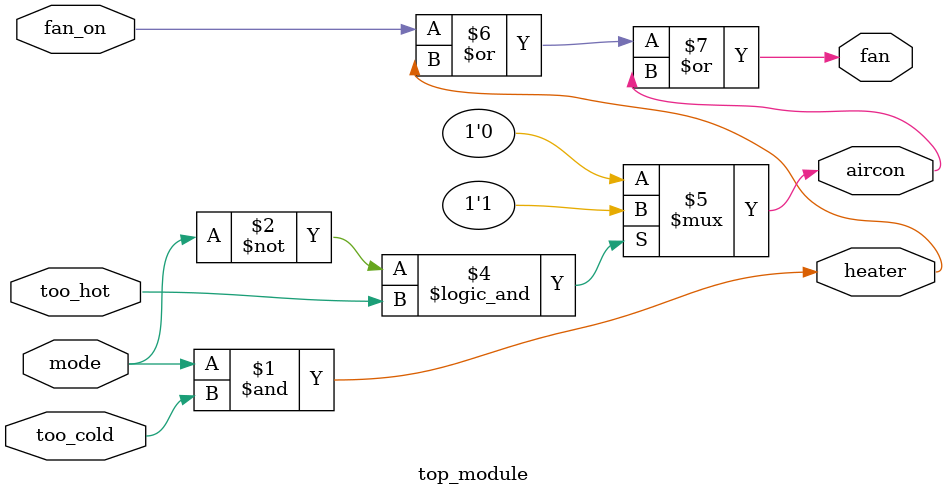
<source format=v>


module top_module (
    input too_cold,
    input too_hot,
    input mode,
    input fan_on,
    output heater,
    output aircon,
    output fan
); 
    assign heater = mode & too_cold;
    assign aircon = (mode==1'b0&&too_hot==1'b1)? 1'b1:1'b0;
    assign fan = fan_on|heater|aircon;	// The condition here to be considered with respect to the heater and aircon as that is what mentioned in the question. If the logic for the fan is built based on the too_hot and too_cold signal then that is wrong at certain instances( I mean time frames)
endmodule


</source>
